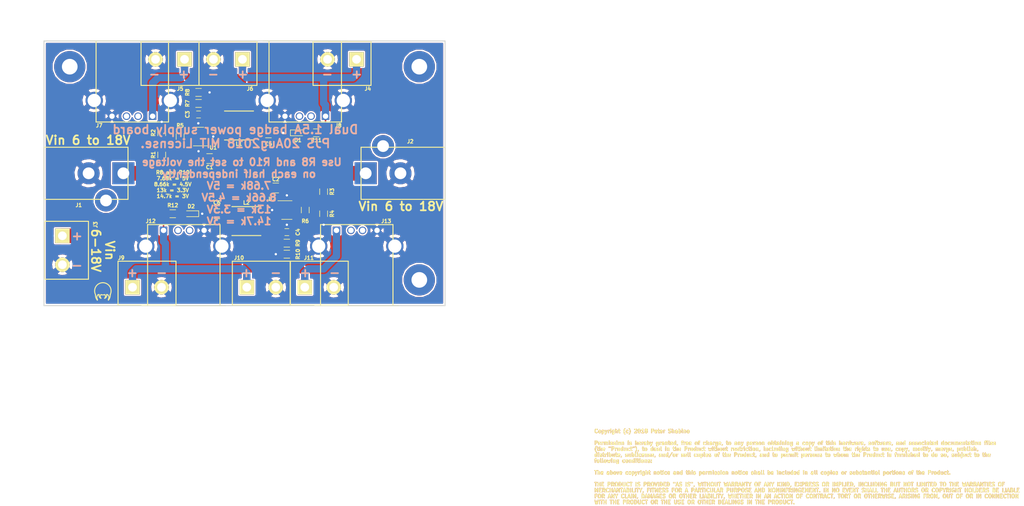
<source format=kicad_pcb>
(kicad_pcb (version 20171130) (host pcbnew "(5.0.0)")
  (layers (0 F.Cu signal) (31 B.Cu signal) (34 B.Paste user) (35 F.Paste user) (36 B.SilkS user) (37 F.SilkS user) (38 B.Mask user) (39 F.Mask user) (44 Edge.Cuts user))
  (net 0 "")
  (net 1 GND)
  (net 2 "Net-(C1-Pad1)")
  (net 3 "Net-(C3-Pad2)")
  (net 4 "Net-(C3-Pad1)")
  (net 5 "Net-(C4-Pad1)")
  (net 6 "Net-(C4-Pad2)")
  (net 7 "Net-(C5-Pad1)")
  (net 8 "Net-(C6-Pad1)")
  (net 9 "Net-(D1-Pad2)")
  (net 10 "Net-(D2-Pad2)")
  (net 11 "Net-(R1-Pad2)")
  (net 12 "Net-(R3-Pad2)")
  (net 13 "Net-(R5-Pad1)")
  (net 14 "Net-(R5-Pad2)")
  (net 15 "Net-(R6-Pad2)")
  (net 16 "Net-(R10-Pad1)")
  (module PJS-pth-parts:Stewart_USB_SS-52100-001 (layer F.Cu) (at 137.16 146.05 270)
    (fp_text reference J13 (at -14.605 -5.08) (layer F.SilkS) (effects (font (size 0.635 0.635) (thickness 0.15875))))
    (fp_text value SS-52100-001)
    (fp_line (start 0 -6.25) (end -14 -6.25) (layer F.SilkS) (width 0.18))
    (fp_line (start -14 -6.25) (end -14 6.25) (layer F.SilkS) (width 0.18))
    (fp_line (start -14 6.25) (end 0 6.25) (layer F.SilkS) (width 0.18))
    (fp_line (start 0 6.25) (end 0 -6.25) (layer F.SilkS) (width 0.18))
    (fp_line (start 0 -6.25) (end 0 -7.25) (layer F.SilkS) (width 0.18))
    (fp_line (start 0 6.25) (end 0 7.25) (layer F.SilkS) (width 0.18))
    (pad 1 thru_hole rect (at -13 3.5 270) (size 1.3 1.3) (drill 0.92) (layers *.Cu *.Mask) (net 8 "Net-(C6-Pad1)"))
    (pad 2 thru_hole circle (at -13 1 270) (size 1.3 1.3) (drill 0.92) (layers *.Cu *.Mask))
    (pad 3 thru_hole circle (at -13 -1 270) (size 1.3 1.3) (drill 0.92) (layers *.Cu *.Mask))
    (pad 4 thru_hole circle (at -13 -3.5 270) (size 1.3 1.3) (drill 0.92) (layers *.Cu *.Mask) (net 1 GND))
    (pad 5 thru_hole circle (at -10.28 6.57 270) (size 3 3) (drill 2.3) (layers *.Cu *.Mask) (net 1 GND))
    (pad 5 thru_hole circle (at -10.28 -6.57 270) (size 3 3) (drill 2.3) (layers *.Cu *.Mask) (net 1 GND))
  )
  (module PJS-pth-parts:Stewart_USB_SS-52100-001 (layer F.Cu) (at 128.27 100.33 90)
    (fp_text reference J8 (at -14.605 5.715 180) (layer F.SilkS) (effects (font (size 0.635 0.635) (thickness 0.15875))))
    (fp_text value SS-52100-001)
    (fp_line (start 0 6.25) (end 0 7.25) (layer F.SilkS) (width 0.18))
    (fp_line (start 0 -6.25) (end 0 -7.25) (layer F.SilkS) (width 0.18))
    (fp_line (start 0 6.25) (end 0 -6.25) (layer F.SilkS) (width 0.18))
    (fp_line (start -14 6.25) (end 0 6.25) (layer F.SilkS) (width 0.18))
    (fp_line (start -14 -6.25) (end -14 6.25) (layer F.SilkS) (width 0.18))
    (fp_line (start 0 -6.25) (end -14 -6.25) (layer F.SilkS) (width 0.18))
    (pad 5 thru_hole circle (at -10.28 -6.57 90) (size 3 3) (drill 2.3) (layers *.Cu *.Mask) (net 1 GND))
    (pad 5 thru_hole circle (at -10.28 6.57 90) (size 3 3) (drill 2.3) (layers *.Cu *.Mask) (net 1 GND))
    (pad 4 thru_hole circle (at -13 -3.5 90) (size 1.3 1.3) (drill 0.92) (layers *.Cu *.Mask) (net 1 GND))
    (pad 3 thru_hole circle (at -13 -1 90) (size 1.3 1.3) (drill 0.92) (layers *.Cu *.Mask))
    (pad 2 thru_hole circle (at -13 1 90) (size 1.3 1.3) (drill 0.92) (layers *.Cu *.Mask))
    (pad 1 thru_hole rect (at -13 3.5 90) (size 1.3 1.3) (drill 0.92) (layers *.Cu *.Mask) (net 7 "Net-(C5-Pad1)"))
  )
  (module Resistors_SMD:R_0603 (layer F.Cu) (at 106.68 116.84 270)
    (fp_text reference R5 (at -1.905 0) (layer F.SilkS) (effects (font (size 0.635 0.635) (thickness 0.15875))))
    (fp_text value 59k)
    (fp_line (start 0.5 0.68) (end -0.5 0.68) (layer F.SilkS) (width 0.12))
    (fp_line (start -0.5 -0.68) (end 0.5 -0.68) (layer F.SilkS) (width 0.12))
    (pad 1 smd rect (at -0.75 0 270) (size 0.5 0.9) (layers F.Cu F.Paste F.Mask) (net 13 "Net-(R5-Pad1)"))
    (pad 2 smd rect (at 0.75 0 270) (size 0.5 0.9) (layers F.Cu F.Paste F.Mask) (net 14 "Net-(R5-Pad2)"))
  )
  (module Capacitors_SMD:C_0805 (layer F.Cu) (at 111.76 120.65 180)
    (fp_text reference C1 (at 0 -1.5 180) (layer F.SilkS) (effects (font (size 0.635 0.635) (thickness 0.15875))))
    (fp_text value 22uF)
    (fp_line (start -0.5 0.85) (end 0.5 0.85) (layer F.SilkS) (width 0.12))
    (fp_line (start 0.5 -0.85) (end -0.5 -0.85) (layer F.SilkS) (width 0.12))
    (pad 2 smd rect (at 1 0 180) (size 1 1.25) (layers F.Cu F.Paste F.Mask) (net 1 GND))
    (pad 1 smd rect (at -1 0 180) (size 1 1.25) (layers F.Cu F.Paste F.Mask) (net 2 "Net-(C1-Pad1)"))
  )
  (module Capacitors_SMD:C_0805 (layer F.Cu) (at 123.19 125.73)
    (fp_text reference C2 (at 0 -1.5) (layer F.SilkS) (effects (font (size 0.635 0.635) (thickness 0.15875))))
    (fp_text value 22uF)
    (fp_line (start 0.5 -0.85) (end -0.5 -0.85) (layer F.SilkS) (width 0.12))
    (fp_line (start -0.5 0.85) (end 0.5 0.85) (layer F.SilkS) (width 0.12))
    (pad 1 smd rect (at -1 0) (size 1 1.25) (layers F.Cu F.Paste F.Mask) (net 2 "Net-(C1-Pad1)"))
    (pad 2 smd rect (at 1 0) (size 1 1.25) (layers F.Cu F.Paste F.Mask) (net 1 GND))
  )
  (module Capacitors_SMD:C_0603 (layer F.Cu) (at 109.855 113.03 180)
    (fp_text reference C3 (at 1.905 0 270) (layer F.SilkS) (effects (font (size 0.635 0.635) (thickness 0.15875))))
    (fp_text value 1uF)
    (fp_line (start 0.35 0.6) (end -0.35 0.6) (layer F.SilkS) (width 0.12))
    (fp_line (start -0.35 -0.6) (end 0.35 -0.6) (layer F.SilkS) (width 0.12))
    (pad 2 smd rect (at 0.75 0 180) (size 0.8 0.75) (layers F.Cu F.Paste F.Mask) (net 3 "Net-(C3-Pad2)"))
    (pad 1 smd rect (at -0.75 0 180) (size 0.8 0.75) (layers F.Cu F.Paste F.Mask) (net 4 "Net-(C3-Pad1)"))
  )
  (module Capacitors_SMD:C_0603 (layer F.Cu) (at 125.095 133.35)
    (fp_text reference C4 (at 1.905 0 90) (layer F.SilkS) (effects (font (size 0.635 0.635) (thickness 0.15875))))
    (fp_text value 1uF)
    (fp_line (start -0.35 -0.6) (end 0.35 -0.6) (layer F.SilkS) (width 0.12))
    (fp_line (start 0.35 0.6) (end -0.35 0.6) (layer F.SilkS) (width 0.12))
    (pad 1 smd rect (at -0.75 0) (size 0.8 0.75) (layers F.Cu F.Paste F.Mask) (net 5 "Net-(C4-Pad1)"))
    (pad 2 smd rect (at 0.75 0) (size 0.8 0.75) (layers F.Cu F.Paste F.Mask) (net 6 "Net-(C4-Pad2)"))
  )
  (module Capacitors_SMD:C_0805 (layer F.Cu) (at 121.92 116.205)
    (fp_text reference C5 (at 0 1.905) (layer F.SilkS) (effects (font (size 0.635 0.635) (thickness 0.15875))))
    (fp_text value 22uF)
    (fp_line (start -0.5 0.85) (end 0.5 0.85) (layer F.SilkS) (width 0.12))
    (fp_line (start 0.5 -0.85) (end -0.5 -0.85) (layer F.SilkS) (width 0.12))
    (pad 2 smd rect (at 1 0) (size 1 1.25) (layers F.Cu F.Paste F.Mask) (net 1 GND))
    (pad 1 smd rect (at -1 0) (size 1 1.25) (layers F.Cu F.Paste F.Mask) (net 7 "Net-(C5-Pad1)"))
  )
  (module Capacitors_SMD:C_0805 (layer F.Cu) (at 113.03 130.175 180)
    (fp_text reference C6 (at 0 1.905 180) (layer F.SilkS) (effects (font (size 0.635 0.635) (thickness 0.15875))))
    (fp_text value 22uF)
    (fp_line (start 0.5 -0.85) (end -0.5 -0.85) (layer F.SilkS) (width 0.12))
    (fp_line (start -0.5 0.85) (end 0.5 0.85) (layer F.SilkS) (width 0.12))
    (pad 1 smd rect (at -1 0 180) (size 1 1.25) (layers F.Cu F.Paste F.Mask) (net 8 "Net-(C6-Pad1)"))
    (pad 2 smd rect (at 1 0 180) (size 1 1.25) (layers F.Cu F.Paste F.Mask) (net 1 GND))
  )
  (module LEDs:LED_0603 (layer F.Cu) (at 127 116.205)
    (fp_text reference D1 (at 0 1.27) (layer F.SilkS) (effects (font (size 0.635 0.635) (thickness 0.15875))))
    (fp_text value LED_red)
    (fp_line (start -1.3 -0.5) (end -1.3 0.5) (layer F.SilkS) (width 0.12))
    (fp_line (start -1.3 0.5) (end 0.8 0.5) (layer F.SilkS) (width 0.12))
    (fp_line (start -1.3 -0.5) (end 0.8 -0.5) (layer F.SilkS) (width 0.12))
    (pad 2 smd rect (at 0.8 0 180) (size 0.8 0.8) (layers F.Cu F.Paste F.Mask) (net 9 "Net-(D1-Pad2)"))
    (pad 1 smd rect (at -0.8 0 180) (size 0.8 0.8) (layers F.Cu F.Paste F.Mask) (net 1 GND))
  )
  (module LEDs:LED_0603 (layer F.Cu) (at 108.585 130.175 180)
    (fp_text reference D2 (at 0 1.27 180) (layer F.SilkS) (effects (font (size 0.635 0.635) (thickness 0.15875))))
    (fp_text value LED_red)
    (fp_line (start -1.3 -0.5) (end 0.8 -0.5) (layer F.SilkS) (width 0.12))
    (fp_line (start -1.3 0.5) (end 0.8 0.5) (layer F.SilkS) (width 0.12))
    (fp_line (start -1.3 -0.5) (end -1.3 0.5) (layer F.SilkS) (width 0.12))
    (pad 1 smd rect (at -0.8 0) (size 0.8 0.8) (layers F.Cu F.Paste F.Mask) (net 1 GND))
    (pad 2 smd rect (at 0.8 0) (size 0.8 0.8) (layers F.Cu F.Paste F.Mask) (net 10 "Net-(D2-Pad2)"))
  )
  (module PJS-icons:metroid (layer F.Cu) (at 93.345 143.51)
    (fp_text reference icon1 hide)
    (fp_text value Metroid hide)
    (fp_arc (start 1.260669 0.027866) (end 1.1176 -0.0762) (angle 82.9) (layer F.Cu) (width 0.1778))
    (fp_arc (start 0.839684 -0.269991) (end 1.1176 -0.0762) (angle 92.3) (layer F.Cu) (width 0.1778))
    (fp_arc (start 0 0) (end -1.27 0.635) (angle 233.1) (layer F.Cu) (width 0.1778))
    (fp_arc (start 0.038519 0.727991) (end -1.27 0.635) (angle -45) (layer F.Cu) (width 0.1778))
    (fp_arc (start -0.47625 1.11125) (end -0.79375 0.635) (angle -90) (layer F.Cu) (width 0.1778))
    (fp_line (start -0.9525 1.5875) (end -0.9525 1.42875) (layer F.Cu) (width 0.1778))
    (fp_line (start -0.79375 0.635) (end -0.635 0.635) (layer F.Cu) (width 0.1778))
    (fp_arc (start -0.15748 0.79375) (end -0.635 0.635) (angle -90) (layer F.Cu) (width 0.1778))
    (fp_arc (start 0 0.9525) (end -0.3175 0.635) (angle -90) (layer F.Cu) (width 0.1778))
    (fp_arc (start 0 -0.317497) (end 0.3175 0.635) (angle 36.9) (layer F.Cu) (width 0.1778))
    (fp_arc (start 0 0.9525) (end 0.3175 0.635) (angle 90) (layer F.Cu) (width 0.1778))
    (fp_arc (start 0.15748 0.79375) (end 0.635 0.635) (angle 90) (layer F.Cu) (width 0.1778))
    (fp_line (start 0.79375 0.635) (end 0.635 0.635) (layer F.Cu) (width 0.1778))
    (fp_line (start 0.9525 1.5875) (end 0.9525 1.42875) (layer F.Cu) (width 0.1778))
    (fp_arc (start 0.47625 1.11125) (end 0.79375 0.635) (angle 90) (layer F.Cu) (width 0.1778))
    (fp_arc (start -0.038519 0.727991) (end 1.27 0.635) (angle 45) (layer F.Cu) (width 0.1778))
    (fp_arc (start -0.038519 0.727991) (end 1.27 0.635) (angle 45) (layer F.SilkS) (width 0.1778))
    (fp_arc (start 0.47625 1.11125) (end 0.79375 0.635) (angle 90) (layer F.SilkS) (width 0.1778))
    (fp_line (start 0.9525 1.5875) (end 0.9525 1.42875) (layer F.SilkS) (width 0.1778))
    (fp_line (start 0.79375 0.635) (end 0.635 0.635) (layer F.SilkS) (width 0.1778))
    (fp_arc (start 0.15748 0.79375) (end 0.635 0.635) (angle 90) (layer F.SilkS) (width 0.1778))
    (fp_arc (start 0 0.9525) (end 0.3175 0.635) (angle 90) (layer F.SilkS) (width 0.1778))
    (fp_arc (start 0 -0.317497) (end 0.3175 0.635) (angle 36.9) (layer F.SilkS) (width 0.1778))
    (fp_arc (start 0 0.9525) (end -0.3175 0.635) (angle -90) (layer F.SilkS) (width 0.1778))
    (fp_arc (start -0.15748 0.79375) (end -0.635 0.635) (angle -90) (layer F.SilkS) (width 0.1778))
    (fp_line (start -0.79375 0.635) (end -0.635 0.635) (layer F.SilkS) (width 0.1778))
    (fp_line (start -0.9525 1.5875) (end -0.9525 1.42875) (layer F.SilkS) (width 0.1778))
    (fp_arc (start -0.47625 1.11125) (end -0.79375 0.635) (angle -90) (layer F.SilkS) (width 0.1778))
    (fp_arc (start 0.038519 0.727991) (end -1.27 0.635) (angle -45) (layer F.SilkS) (width 0.1778))
    (fp_arc (start 0.254 -1.3208) (end 0.508 -1.3208) (angle 90) (layer F.Cu) (width 0.1778))
    (fp_arc (start 0.2286 -0.8382) (end 0 -0.8636) (angle 90) (layer F.Cu) (width 0.1778))
    (fp_arc (start -1.1684 0.0254) (end -1.27 -0.4064) (angle 90) (layer F.Cu) (width 0.1778))
    (fp_arc (start 0 0) (end -1.27 0.635) (angle 233.1) (layer F.SilkS) (width 0.1778))
    (pad "" smd circle (at -0.635 0) (size 0.635 0.635) (layers F.Cu F.Paste F.Mask))
    (pad "" smd circle (at 0.635 0) (size 0.635 0.635) (layers F.Cu F.Paste F.Mask))
    (pad "" smd circle (at 0 -0.635) (size 0.635 0.635) (layers F.Cu F.Paste F.Mask))
  )
  (module PJS-pth-parts:CUI_PJ-102BH (layer F.Cu) (at 83.185 123.19 180)
    (fp_text reference J1 (at -6 -5.5 180) (layer F.SilkS) (effects (font (size 0.635 0.635) (thickness 0.15875))))
    (fp_text value PJ-102BH)
    (fp_line (start 0 4.5) (end 0 -4.5) (layer F.SilkS) (width 0.18))
    (fp_line (start 0 -4.5) (end -14.5 -4.5) (layer F.SilkS) (width 0.18))
    (fp_line (start -14.5 -4.5) (end -14.5 4.5) (layer F.SilkS) (width 0.18))
    (fp_line (start -14.5 4.5) (end 0 4.5) (layer F.SilkS) (width 0.18))
    (pad 1 thru_hole rect (at -13.7 0 180) (size 3.81 3.81) (drill 2.032) (layers *.Cu *.Mask) (net 2 "Net-(C1-Pad1)"))
    (pad 2 thru_hole circle (at -7.7 0 180) (size 3.81 3.81) (drill 2.032) (layers *.Cu *.Mask) (net 1 GND))
    (pad 3 thru_hole circle (at -10.7 -4.7 180) (size 3.81 3.81) (drill 2.032) (layers *.Cu *.Mask))
  )
  (module PJS-pth-parts:CUI_PJ-102BH (layer F.Cu) (at 152.4 123.19)
    (fp_text reference J2 (at -6 -5.5) (layer F.SilkS) (effects (font (size 0.635 0.635) (thickness 0.15875))))
    (fp_text value PJ-102BH)
    (fp_line (start 0 4.5) (end 0 -4.5) (layer F.SilkS) (width 0.18))
    (fp_line (start 0 -4.5) (end -14.5 -4.5) (layer F.SilkS) (width 0.18))
    (fp_line (start -14.5 -4.5) (end -14.5 4.5) (layer F.SilkS) (width 0.18))
    (fp_line (start -14.5 4.5) (end 0 4.5) (layer F.SilkS) (width 0.18))
    (pad 1 thru_hole rect (at -13.7 0) (size 3.81 3.81) (drill 2.032) (layers *.Cu *.Mask) (net 2 "Net-(C1-Pad1)"))
    (pad 2 thru_hole circle (at -7.7 0) (size 3.81 3.81) (drill 2.032) (layers *.Cu *.Mask) (net 1 GND))
    (pad 3 thru_hole circle (at -10.7 -4.7) (size 3.81 3.81) (drill 2.032) (layers *.Cu *.Mask))
  )
  (module Degson:DG301-5.002P-12 (layer F.Cu) (at 86.36 136.485 270)
    (fp_text reference J3 (at -4.405 -5.715 270) (layer F.SilkS) (effects (font (size 0.635 0.635) (thickness 0.15875))))
    (fp_text value Screw hide)
    (fp_line (start -5 3.1) (end -5 -4.5) (layer F.SilkS) (width 0.1778))
    (fp_line (start 5 3.1) (end -5 3.1) (layer F.SilkS) (width 0.1778))
    (fp_line (start 5 -4.5) (end 5 3.1) (layer F.SilkS) (width 0.1778))
    (fp_line (start -5 -4.5) (end 5 -4.5) (layer F.SilkS) (width 0.1778))
    (pad 2 thru_hole circle (at 2.5 0 270) (size 2.5 2.5) (drill 1.5) (layers *.Cu *.Mask F.SilkS) (net 1 GND))
    (pad 1 thru_hole rect (at -2.5 0 270) (size 2.5 2.5) (drill 1.5) (layers *.Cu *.Mask F.SilkS) (net 2 "Net-(C1-Pad1)"))
  )
  (module Degson:DG301-5.002P-12 (layer F.Cu) (at 134.62 103.505 180)
    (fp_text reference J4 (at -4.445 -5.08 180) (layer F.SilkS) (effects (font (size 0.635 0.635) (thickness 0.15875))))
    (fp_text value Screw hide)
    (fp_line (start -5 3.1) (end -5 -4.5) (layer F.SilkS) (width 0.1778))
    (fp_line (start 5 3.1) (end -5 3.1) (layer F.SilkS) (width 0.1778))
    (fp_line (start 5 -4.5) (end 5 3.1) (layer F.SilkS) (width 0.1778))
    (fp_line (start -5 -4.5) (end 5 -4.5) (layer F.SilkS) (width 0.1778))
    (pad 2 thru_hole circle (at 2.5 0 180) (size 2.5 2.5) (drill 1.5) (layers *.Cu *.Mask F.SilkS) (net 1 GND))
    (pad 1 thru_hole rect (at -2.5 0 180) (size 2.5 2.5) (drill 1.5) (layers *.Cu *.Mask F.SilkS) (net 7 "Net-(C5-Pad1)"))
  )
  (module Degson:DG301-5.002P-12 (layer F.Cu) (at 104.935 103.505 180)
    (fp_text reference J5 (at -1.745 -5.08 180) (layer F.SilkS) (effects (font (size 0.635 0.635) (thickness 0.15875))))
    (fp_text value Screw hide)
    (fp_line (start -5 -4.5) (end 5 -4.5) (layer F.SilkS) (width 0.1778))
    (fp_line (start 5 -4.5) (end 5 3.1) (layer F.SilkS) (width 0.1778))
    (fp_line (start 5 3.1) (end -5 3.1) (layer F.SilkS) (width 0.1778))
    (fp_line (start -5 3.1) (end -5 -4.5) (layer F.SilkS) (width 0.1778))
    (pad 1 thru_hole rect (at -2.5 0 180) (size 2.5 2.5) (drill 1.5) (layers *.Cu *.Mask F.SilkS) (net 7 "Net-(C5-Pad1)"))
    (pad 2 thru_hole circle (at 2.5 0 180) (size 2.5 2.5) (drill 1.5) (layers *.Cu *.Mask F.SilkS) (net 1 GND))
  )
  (module Degson:DG301-5.002P-12 (layer F.Cu) (at 114.935 103.505 180)
    (fp_text reference J6 (at -3.81 -5.08 180) (layer F.SilkS) (effects (font (size 0.635 0.635) (thickness 0.15875))))
    (fp_text value Screw hide)
    (fp_line (start -5 -4.5) (end 5 -4.5) (layer F.SilkS) (width 0.1778))
    (fp_line (start 5 -4.5) (end 5 3.1) (layer F.SilkS) (width 0.1778))
    (fp_line (start 5 3.1) (end -5 3.1) (layer F.SilkS) (width 0.1778))
    (fp_line (start -5 3.1) (end -5 -4.5) (layer F.SilkS) (width 0.1778))
    (pad 1 thru_hole rect (at -2.5 0 180) (size 2.5 2.5) (drill 1.5) (layers *.Cu *.Mask F.SilkS) (net 7 "Net-(C5-Pad1)"))
    (pad 2 thru_hole circle (at 2.5 0 180) (size 2.5 2.5) (drill 1.5) (layers *.Cu *.Mask F.SilkS) (net 1 GND))
  )
  (module PJS-pth-parts:Stewart_USB_SS-52100-001 (layer F.Cu) (at 98.425 100.33 90)
    (fp_text reference J7 (at -14.605 -5.715 180) (layer F.SilkS) (effects (font (size 0.635 0.635) (thickness 0.15875))))
    (fp_text value SS-52100-001)
    (fp_line (start 0 -6.25) (end -14 -6.25) (layer F.SilkS) (width 0.18))
    (fp_line (start -14 -6.25) (end -14 6.25) (layer F.SilkS) (width 0.18))
    (fp_line (start -14 6.25) (end 0 6.25) (layer F.SilkS) (width 0.18))
    (fp_line (start 0 6.25) (end 0 -6.25) (layer F.SilkS) (width 0.18))
    (fp_line (start 0 -6.25) (end 0 -7.25) (layer F.SilkS) (width 0.18))
    (fp_line (start 0 6.25) (end 0 7.25) (layer F.SilkS) (width 0.18))
    (pad 1 thru_hole rect (at -13 3.5 90) (size 1.3 1.3) (drill 0.92) (layers *.Cu *.Mask) (net 7 "Net-(C5-Pad1)"))
    (pad 2 thru_hole circle (at -13 1 90) (size 1.3 1.3) (drill 0.92) (layers *.Cu *.Mask))
    (pad 3 thru_hole circle (at -13 -1 90) (size 1.3 1.3) (drill 0.92) (layers *.Cu *.Mask))
    (pad 4 thru_hole circle (at -13 -3.5 90) (size 1.3 1.3) (drill 0.92) (layers *.Cu *.Mask) (net 1 GND))
    (pad 5 thru_hole circle (at -10.28 6.57 90) (size 3 3) (drill 2.3) (layers *.Cu *.Mask) (net 1 GND))
    (pad 5 thru_hole circle (at -10.28 -6.57 90) (size 3 3) (drill 2.3) (layers *.Cu *.Mask) (net 1 GND))
  )
  (module Degson:DG301-5.002P-12 (layer F.Cu) (at 100.965 142.875)
    (fp_text reference J9 (at -4.445 -5.08) (layer F.SilkS) (effects (font (size 0.635 0.635) (thickness 0.15875))))
    (fp_text value Screw hide)
    (fp_line (start -5 -4.5) (end 5 -4.5) (layer F.SilkS) (width 0.1778))
    (fp_line (start 5 -4.5) (end 5 3.1) (layer F.SilkS) (width 0.1778))
    (fp_line (start 5 3.1) (end -5 3.1) (layer F.SilkS) (width 0.1778))
    (fp_line (start -5 3.1) (end -5 -4.5) (layer F.SilkS) (width 0.1778))
    (pad 1 thru_hole rect (at -2.5 0) (size 2.5 2.5) (drill 1.5) (layers *.Cu *.Mask F.SilkS) (net 8 "Net-(C6-Pad1)"))
    (pad 2 thru_hole circle (at 2.5 0) (size 2.5 2.5) (drill 1.5) (layers *.Cu *.Mask F.SilkS) (net 1 GND))
  )
  (module Degson:DG301-5.002P-12 (layer F.Cu) (at 120.69 142.875)
    (fp_text reference J10 (at -3.85 -5.08) (layer F.SilkS) (effects (font (size 0.635 0.635) (thickness 0.15875))))
    (fp_text value Screw hide)
    (fp_line (start -5 3.1) (end -5 -4.5) (layer F.SilkS) (width 0.1778))
    (fp_line (start 5 3.1) (end -5 3.1) (layer F.SilkS) (width 0.1778))
    (fp_line (start 5 -4.5) (end 5 3.1) (layer F.SilkS) (width 0.1778))
    (fp_line (start -5 -4.5) (end 5 -4.5) (layer F.SilkS) (width 0.1778))
    (pad 2 thru_hole circle (at 2.5 0) (size 2.5 2.5) (drill 1.5) (layers *.Cu *.Mask F.SilkS) (net 1 GND))
    (pad 1 thru_hole rect (at -2.5 0) (size 2.5 2.5) (drill 1.5) (layers *.Cu *.Mask F.SilkS) (net 8 "Net-(C6-Pad1)"))
  )
  (module Degson:DG301-5.002P-12 (layer F.Cu) (at 130.69 142.875)
    (fp_text reference J11 (at -1.785 -5.08) (layer F.SilkS) (effects (font (size 0.635 0.635) (thickness 0.15875))))
    (fp_text value Screw hide)
    (fp_line (start -5 -4.5) (end 5 -4.5) (layer F.SilkS) (width 0.1778))
    (fp_line (start 5 -4.5) (end 5 3.1) (layer F.SilkS) (width 0.1778))
    (fp_line (start 5 3.1) (end -5 3.1) (layer F.SilkS) (width 0.1778))
    (fp_line (start -5 3.1) (end -5 -4.5) (layer F.SilkS) (width 0.1778))
    (pad 1 thru_hole rect (at -2.5 0) (size 2.5 2.5) (drill 1.5) (layers *.Cu *.Mask F.SilkS) (net 8 "Net-(C6-Pad1)"))
    (pad 2 thru_hole circle (at 2.5 0) (size 2.5 2.5) (drill 1.5) (layers *.Cu *.Mask F.SilkS) (net 1 GND))
  )
  (module PJS-pth-parts:Stewart_USB_SS-52100-001 (layer F.Cu) (at 107.315 146.05 270)
    (fp_text reference J12 (at -14.605 5.715) (layer F.SilkS) (effects (font (size 0.635 0.635) (thickness 0.15875))))
    (fp_text value SS-52100-001)
    (fp_line (start 0 6.25) (end 0 7.25) (layer F.SilkS) (width 0.18))
    (fp_line (start 0 -6.25) (end 0 -7.25) (layer F.SilkS) (width 0.18))
    (fp_line (start 0 6.25) (end 0 -6.25) (layer F.SilkS) (width 0.18))
    (fp_line (start -14 6.25) (end 0 6.25) (layer F.SilkS) (width 0.18))
    (fp_line (start -14 -6.25) (end -14 6.25) (layer F.SilkS) (width 0.18))
    (fp_line (start 0 -6.25) (end -14 -6.25) (layer F.SilkS) (width 0.18))
    (pad 5 thru_hole circle (at -10.28 -6.57 270) (size 3 3) (drill 2.3) (layers *.Cu *.Mask) (net 1 GND))
    (pad 5 thru_hole circle (at -10.28 6.57 270) (size 3 3) (drill 2.3) (layers *.Cu *.Mask) (net 1 GND))
    (pad 4 thru_hole circle (at -13 -3.5 270) (size 1.3 1.3) (drill 0.92) (layers *.Cu *.Mask) (net 1 GND))
    (pad 3 thru_hole circle (at -13 -1 270) (size 1.3 1.3) (drill 0.92) (layers *.Cu *.Mask))
    (pad 2 thru_hole circle (at -13 1 270) (size 1.3 1.3) (drill 0.92) (layers *.Cu *.Mask))
    (pad 1 thru_hole rect (at -13 3.5 270) (size 1.3 1.3) (drill 0.92) (layers *.Cu *.Mask) (net 8 "Net-(C6-Pad1)"))
  )
  (module Yuden:Yuden_Inductor_4.9x4.9 (layer F.Cu) (at 116.84 114.935 180)
    (fp_text reference L1 (at 0 -3.175 180) (layer F.SilkS) (effects (font (size 0.635 0.635) (thickness 0.15875))))
    (fp_text value 6.5uH)
    (fp_line (start -2.5 -2.5) (end 2.5 -2.5) (layer F.SilkS) (width 0.18))
    (fp_line (start 2.5 2.5) (end -2.5 2.5) (layer F.SilkS) (width 0.18))
    (pad 1 smd rect (at -1.8 0 180) (size 1.5 4) (layers F.Cu F.Paste F.Mask) (net 7 "Net-(C5-Pad1)"))
    (pad 2 smd rect (at 1.8 0 180) (size 1.5 4) (layers F.Cu F.Paste F.Mask) (net 4 "Net-(C3-Pad1)"))
  )
  (module Yuden:Yuden_Inductor_4.9x4.9 (layer F.Cu) (at 118.11 131.445)
    (fp_text reference L2 (at 0 -3.175) (layer F.SilkS) (effects (font (size 0.635 0.635) (thickness 0.15875))))
    (fp_text value 6.5uH)
    (fp_line (start 2.5 2.5) (end -2.5 2.5) (layer F.SilkS) (width 0.18))
    (fp_line (start -2.5 -2.5) (end 2.5 -2.5) (layer F.SilkS) (width 0.18))
    (pad 2 smd rect (at 1.8 0) (size 1.5 4) (layers F.Cu F.Paste F.Mask) (net 5 "Net-(C4-Pad1)"))
    (pad 1 smd rect (at -1.8 0) (size 1.5 4) (layers F.Cu F.Paste F.Mask) (net 8 "Net-(C6-Pad1)"))
  )
  (module Resistors_SMD:R_0603 (layer F.Cu) (at 103.505 120.015 90)
    (fp_text reference R1 (at 0 -1.45 90) (layer F.SilkS) (effects (font (size 0.635 0.635) (thickness 0.15875))))
    (fp_text value 499k)
    (fp_line (start -0.5 -0.68) (end 0.5 -0.68) (layer F.SilkS) (width 0.12))
    (fp_line (start 0.5 0.68) (end -0.5 0.68) (layer F.SilkS) (width 0.12))
    (pad 2 smd rect (at 0.75 0 90) (size 0.5 0.9) (layers F.Cu F.Paste F.Mask) (net 11 "Net-(R1-Pad2)"))
    (pad 1 smd rect (at -0.75 0 90) (size 0.5 0.9) (layers F.Cu F.Paste F.Mask) (net 2 "Net-(C1-Pad1)"))
  )
  (module Resistors_SMD:R_0603 (layer F.Cu) (at 103.505 116.205 90)
    (fp_text reference R2 (at 0 -1.45 90) (layer F.SilkS) (effects (font (size 0.635 0.635) (thickness 0.15875))))
    (fp_text value 100k)
    (fp_line (start 0.5 0.68) (end -0.5 0.68) (layer F.SilkS) (width 0.12))
    (fp_line (start -0.5 -0.68) (end 0.5 -0.68) (layer F.SilkS) (width 0.12))
    (pad 1 smd rect (at -0.75 0 90) (size 0.5 0.9) (layers F.Cu F.Paste F.Mask) (net 11 "Net-(R1-Pad2)"))
    (pad 2 smd rect (at 0.75 0 90) (size 0.5 0.9) (layers F.Cu F.Paste F.Mask) (net 1 GND))
  )
  (module Resistors_SMD:R_0603 (layer F.Cu) (at 131.445 126.365 270)
    (fp_text reference R3 (at 0 -1.45 270) (layer F.SilkS) (effects (font (size 0.635 0.635) (thickness 0.15875))))
    (fp_text value 499k)
    (fp_line (start 0.5 0.68) (end -0.5 0.68) (layer F.SilkS) (width 0.12))
    (fp_line (start -0.5 -0.68) (end 0.5 -0.68) (layer F.SilkS) (width 0.12))
    (pad 1 smd rect (at -0.75 0 270) (size 0.5 0.9) (layers F.Cu F.Paste F.Mask) (net 2 "Net-(C1-Pad1)"))
    (pad 2 smd rect (at 0.75 0 270) (size 0.5 0.9) (layers F.Cu F.Paste F.Mask) (net 12 "Net-(R3-Pad2)"))
  )
  (module Resistors_SMD:R_0603 (layer F.Cu) (at 131.445 130.175 270)
    (fp_text reference R4 (at 0 -1.45 270) (layer F.SilkS) (effects (font (size 0.635 0.635) (thickness 0.15875))))
    (fp_text value 100k)
    (fp_line (start -0.5 -0.68) (end 0.5 -0.68) (layer F.SilkS) (width 0.12))
    (fp_line (start 0.5 0.68) (end -0.5 0.68) (layer F.SilkS) (width 0.12))
    (pad 2 smd rect (at 0.75 0 270) (size 0.5 0.9) (layers F.Cu F.Paste F.Mask) (net 1 GND))
    (pad 1 smd rect (at -0.75 0 270) (size 0.5 0.9) (layers F.Cu F.Paste F.Mask) (net 12 "Net-(R3-Pad2)"))
  )
  (module Resistors_SMD:R_0603 (layer F.Cu) (at 128.27 129.54 90)
    (fp_text reference R6 (at -1.905 0 180) (layer F.SilkS) (effects (font (size 0.635 0.635) (thickness 0.15875))))
    (fp_text value 59k)
    (fp_line (start -0.5 -0.68) (end 0.5 -0.68) (layer F.SilkS) (width 0.12))
    (fp_line (start 0.5 0.68) (end -0.5 0.68) (layer F.SilkS) (width 0.12))
    (pad 2 smd rect (at 0.75 0 90) (size 0.5 0.9) (layers F.Cu F.Paste F.Mask) (net 15 "Net-(R6-Pad2)"))
    (pad 1 smd rect (at -0.75 0 90) (size 0.5 0.9) (layers F.Cu F.Paste F.Mask) (net 16 "Net-(R10-Pad1)"))
  )
  (module Resistors_SMD:R_0603 (layer F.Cu) (at 109.855 111.125 180)
    (fp_text reference R7 (at 1.905 0 270) (layer F.SilkS) (effects (font (size 0.635 0.635) (thickness 0.15875))))
    (fp_text value 40.2k)
    (fp_line (start -0.5 -0.68) (end 0.5 -0.68) (layer F.SilkS) (width 0.12))
    (fp_line (start 0.5 0.68) (end -0.5 0.68) (layer F.SilkS) (width 0.12))
    (pad 2 smd rect (at 0.75 0 180) (size 0.5 0.9) (layers F.Cu F.Paste F.Mask) (net 13 "Net-(R5-Pad1)"))
    (pad 1 smd rect (at -0.75 0 180) (size 0.5 0.9) (layers F.Cu F.Paste F.Mask) (net 7 "Net-(C5-Pad1)"))
  )
  (module Resistors_SMD:R_0603 (layer F.Cu) (at 109.855 109.22)
    (fp_text reference R8 (at -1.905 0 90) (layer F.SilkS) (effects (font (size 0.635 0.635) (thickness 0.15875))))
    (fp_text value 7.68k)
    (fp_line (start 0.5 0.68) (end -0.5 0.68) (layer F.SilkS) (width 0.12))
    (fp_line (start -0.5 -0.68) (end 0.5 -0.68) (layer F.SilkS) (width 0.12))
    (pad 1 smd rect (at -0.75 0) (size 0.5 0.9) (layers F.Cu F.Paste F.Mask) (net 13 "Net-(R5-Pad1)"))
    (pad 2 smd rect (at 0.75 0) (size 0.5 0.9) (layers F.Cu F.Paste F.Mask) (net 1 GND))
  )
  (module Resistors_SMD:R_0603 (layer F.Cu) (at 125.095 135.255)
    (fp_text reference R9 (at 1.905 0 90) (layer F.SilkS) (effects (font (size 0.635 0.635) (thickness 0.15875))))
    (fp_text value 40.2k)
    (fp_line (start 0.5 0.68) (end -0.5 0.68) (layer F.SilkS) (width 0.12))
    (fp_line (start -0.5 -0.68) (end 0.5 -0.68) (layer F.SilkS) (width 0.12))
    (pad 1 smd rect (at -0.75 0) (size 0.5 0.9) (layers F.Cu F.Paste F.Mask) (net 8 "Net-(C6-Pad1)"))
    (pad 2 smd rect (at 0.75 0) (size 0.5 0.9) (layers F.Cu F.Paste F.Mask) (net 16 "Net-(R10-Pad1)"))
  )
  (module Resistors_SMD:R_0603 (layer F.Cu) (at 125.095 137.16 180)
    (fp_text reference R10 (at -1.905 0 270) (layer F.SilkS) (effects (font (size 0.635 0.635) (thickness 0.15875))))
    (fp_text value 7.68k)
    (fp_line (start -0.5 -0.68) (end 0.5 -0.68) (layer F.SilkS) (width 0.12))
    (fp_line (start 0.5 0.68) (end -0.5 0.68) (layer F.SilkS) (width 0.12))
    (pad 2 smd rect (at 0.75 0 180) (size 0.5 0.9) (layers F.Cu F.Paste F.Mask) (net 1 GND))
    (pad 1 smd rect (at -0.75 0 180) (size 0.5 0.9) (layers F.Cu F.Paste F.Mask) (net 16 "Net-(R10-Pad1)"))
  )
  (module Resistors_SMD:R_0603 (layer F.Cu) (at 130.175 116.205 180)
    (fp_text reference R11 (at 0 -1.27 180) (layer F.SilkS) (effects (font (size 0.635 0.635) (thickness 0.15875))))
    (fp_text value 499)
    (fp_line (start -0.5 -0.68) (end 0.5 -0.68) (layer F.SilkS) (width 0.12))
    (fp_line (start 0.5 0.68) (end -0.5 0.68) (layer F.SilkS) (width 0.12))
    (pad 2 smd rect (at 0.75 0 180) (size 0.5 0.9) (layers F.Cu F.Paste F.Mask) (net 9 "Net-(D1-Pad2)"))
    (pad 1 smd rect (at -0.75 0 180) (size 0.5 0.9) (layers F.Cu F.Paste F.Mask) (net 7 "Net-(C5-Pad1)"))
  )
  (module Resistors_SMD:R_0603 (layer F.Cu) (at 105.41 130.175)
    (fp_text reference R12 (at 0 -1.45) (layer F.SilkS) (effects (font (size 0.635 0.635) (thickness 0.15875))))
    (fp_text value 499)
    (fp_line (start 0.5 0.68) (end -0.5 0.68) (layer F.SilkS) (width 0.12))
    (fp_line (start -0.5 -0.68) (end 0.5 -0.68) (layer F.SilkS) (width 0.12))
    (pad 1 smd rect (at -0.75 0) (size 0.5 0.9) (layers F.Cu F.Paste F.Mask) (net 8 "Net-(C6-Pad1)"))
    (pad 2 smd rect (at 0.75 0) (size 0.5 0.9) (layers F.Cu F.Paste F.Mask) (net 10 "Net-(D2-Pad2)"))
  )
  (module TO_SOT_Packages_SMD:SOT-23-6 (layer F.Cu) (at 109.855 116.84 180)
    (fp_text reference U1 (at -2.54 -1.905 180) (layer F.SilkS) (effects (font (size 0.635 0.635) (thickness 0.15875))))
    (fp_text value AP65111)
    (fp_line (start -0.9 1.61) (end 0.9 1.61) (layer F.SilkS) (width 0.12))
    (fp_line (start 0.9 -1.61) (end -1.55 -1.61) (layer F.SilkS) (width 0.12))
    (pad 1 smd rect (at -1.1 -0.95 180) (size 1.06 0.65) (layers F.Cu F.Paste F.Mask) (net 2 "Net-(C1-Pad1)"))
    (pad 2 smd rect (at -1.1 0 180) (size 1.06 0.65) (layers F.Cu F.Paste F.Mask) (net 1 GND))
    (pad 3 smd rect (at -1.1 0.95 180) (size 1.06 0.65) (layers F.Cu F.Paste F.Mask) (net 4 "Net-(C3-Pad1)"))
    (pad 4 smd rect (at 1.1 0.95 180) (size 1.06 0.65) (layers F.Cu F.Paste F.Mask) (net 3 "Net-(C3-Pad2)"))
    (pad 6 smd rect (at 1.1 -0.95 180) (size 1.06 0.65) (layers F.Cu F.Paste F.Mask) (net 14 "Net-(R5-Pad2)"))
    (pad 5 smd rect (at 1.1 0 180) (size 1.06 0.65) (layers F.Cu F.Paste F.Mask) (net 11 "Net-(R1-Pad2)"))
  )
  (module TO_SOT_Packages_SMD:SOT-23-6 (layer F.Cu) (at 125.095 129.54)
    (fp_text reference U2 (at -2.54 -1.905) (layer F.SilkS) (effects (font (size 0.635 0.635) (thickness 0.15875))))
    (fp_text value AP65111)
    (fp_line (start 0.9 -1.61) (end -1.55 -1.61) (layer F.SilkS) (width 0.12))
    (fp_line (start -0.9 1.61) (end 0.9 1.61) (layer F.SilkS) (width 0.12))
    (pad 5 smd rect (at 1.1 0) (size 1.06 0.65) (layers F.Cu F.Paste F.Mask) (net 12 "Net-(R3-Pad2)"))
    (pad 6 smd rect (at 1.1 -0.95) (size 1.06 0.65) (layers F.Cu F.Paste F.Mask) (net 15 "Net-(R6-Pad2)"))
    (pad 4 smd rect (at 1.1 0.95) (size 1.06 0.65) (layers F.Cu F.Paste F.Mask) (net 6 "Net-(C4-Pad2)"))
    (pad 3 smd rect (at -1.1 0.95) (size 1.06 0.65) (layers F.Cu F.Paste F.Mask) (net 5 "Net-(C4-Pad1)"))
    (pad 2 smd rect (at -1.1 0) (size 1.06 0.65) (layers F.Cu F.Paste F.Mask) (net 1 GND))
    (pad 1 smd rect (at -1.1 -0.95) (size 1.06 0.65) (layers F.Cu F.Paste F.Mask) (net 2 "Net-(C1-Pad1)"))
  )
  (module Mounting_Holes:MountingHole_2.7mm_M2.5_Pad (layer F.Cu) (at 147.955 141.605)
    (fp_text reference REF** hide)
    (fp_text value MountingHole_2.7mm_M2.5_Pad)
    (pad 1 thru_hole circle (at 0 0) (size 5.4 5.4) (drill 2.7) (layers *.Cu *.Mask))
  )
  (module Mounting_Holes:MountingHole_2.7mm_M2.5_Pad (layer F.Cu) (at 87.63 104.775)
    (fp_text reference REF** hide)
    (fp_text value MountingHole_2.7mm_M2.5_Pad)
    (pad 1 thru_hole circle (at 0 0) (size 5.4 5.4) (drill 2.7) (layers *.Cu *.Mask))
  )
  (module Mounting_Holes:MountingHole_2.7mm_M2.5_Pad (layer F.Cu) (at 147.955 104.775)
    (fp_text reference REF** hide)
    (fp_text value MountingHole_2.7mm_M2.5_Pad)
    (pad 1 thru_hole circle (at 0 0) (size 5.4 5.4) (drill 2.7) (layers *.Cu *.Mask))
  )
  (gr_text "Vin\n6-18V" (at 93.345 136.525 270) (layer F.SilkS) (effects (font (size 1.5 1.5) (thickness 0.3))))
  (gr_text "Vin 6 to 18V" (at 144.78 128.905) (layer F.SilkS) (effects (font (size 1.5 1.5) (thickness 0.3))))
  (gr_text "Vin 6 to 18V" (at 90.805 117.475) (layer F.SilkS) (effects (font (size 1.5 1.5) (thickness 0.3))))
  (gr_text - (at 88.9 139.065) (layer B.SilkS) (effects (font (size 1.5 1.5) (thickness 0.3)) (justify mirror)))
  (gr_text + (at 88.9 133.985) (layer B.SilkS) (effects (font (size 1.5 1.5) (thickness 0.3)) (justify mirror)))
  (gr_text - (at 133.35 140.335) (layer B.SilkS) (effects (font (size 1.5 1.5) (thickness 0.3)) (justify mirror)))
  (gr_text - (at 123.19 140.335) (layer B.SilkS) (effects (font (size 1.5 1.5) (thickness 0.3)) (justify mirror)))
  (gr_text - (at 103.505 140.335) (layer B.SilkS) (effects (font (size 1.5 1.5) (thickness 0.3)) (justify mirror)))
  (gr_text - (at 102.235 106.045) (layer B.SilkS) (effects (font (size 1.5 1.5) (thickness 0.3)) (justify mirror)))
  (gr_text - (at 112.395 106.045) (layer B.SilkS) (effects (font (size 1.5 1.5) (thickness 0.3)) (justify mirror)))
  (gr_text - (at 132.08 106.045) (layer B.SilkS) (effects (font (size 1.5 1.5) (thickness 0.3)) (justify mirror)))
  (gr_text + (at 137.16 106.045) (layer B.SilkS) (effects (font (size 1.5 1.5) (thickness 0.3)) (justify mirror)))
  (gr_text + (at 117.475 106.045) (layer B.SilkS) (effects (font (size 1.5 1.5) (thickness 0.3)) (justify mirror)))
  (gr_text + (at 107.315 106.045) (layer B.SilkS) (effects (font (size 1.5 1.5) (thickness 0.3)) (justify mirror)))
  (gr_text + (at 128.27 140.335) (layer B.SilkS) (effects (font (size 1.5 1.5) (thickness 0.3)) (justify mirror)))
  (gr_text + (at 118.11 140.335) (layer B.SilkS) (effects (font (size 1.5 1.5) (thickness 0.3)) (justify mirror)))
  (gr_text + (at 98.425 140.335) (layer B.SilkS) (effects (font (size 1.5 1.5) (thickness 0.3)) (justify mirror)))
  (gr_text "Use R8 and R10 to set the voltage \non each half independently\n7.68k = 5V\n8.66k = 4.5V\n13k = 3.3V\n14.7k = 3V" (at 116.84 126.365) (layer B.SilkS) (effects (font (size 1.27 1.27) (thickness 0.3)) (justify mirror)))
  (gr_text "Dual 1.5A badge power supply board\nPJS 20Aug2018 MIT License." (at 116.205 116.84) (layer B.SilkS) (effects (font (size 1.5 1.5) (thickness 0.3)) (justify mirror)))
  (gr_text "R8 and R10\n7.68k = 5V\n8.66k = 4.5V\n13k = 3.3V\n14.7k = 3V" (at 105.41 125.095) (layer F.SilkS) (effects (font (size 0.635 0.635) (thickness 0.15875))))
  (gr_line (start 152.4 100.33) (end 152.4 123.19) (layer Edge.Cuts) (width 0.15))
  (gr_line (start 83.185 100.33) (end 152.4 100.33) (layer Edge.Cuts) (width 0.15))
  (gr_line (start 83.185 123.19) (end 83.185 100.33) (layer Edge.Cuts) (width 0.15))
  (gr_line (start 152.4 146.05) (end 83.185 146.05) (layer Edge.Cuts) (width 0.15))
  (gr_line (start 152.4 146.05) (end 152.4 123.19) (layer Edge.Cuts) (width 0.15))
  (gr_line (start 83.185 123.19) (end 83.185 146.05) (layer Edge.Cuts) (width 0.15))
  (gr_text "Copyright (c) 2018 Peter Shabino\n\nPermission is hereby granted, free of charge, to any person obtaining a copy of this hardware, software, and associated documentation files \n(the \"Product\"), to deal in the Product without restriction, including without limitation the rights to use, copy, modify, merge, publish, \ndistribute, sublicense, and/or sell copies of the Product, and to permit persons to whom the Product is furnished to do so, subject to the \nfollowing conditions:\n\nThe above copyright notice and this permission notice shall be included in all copies or substantial portions of the Product.\n\nTHE PRODUCT IS PROVIDED \"AS IS\", WITHOUT WARRANTY OF ANY KIND, EXPRESS OR IMPLIED, INCLUDING BUT NOT LIMITED TO THE WARRANTIES OF \nMERCHANTABILITY, FITNESS FOR A PARTICULAR PURPOSE AND NONINFRINGEMENT. IN NO EVENT SHALL THE AUTHORS OR COPYRIGHT HOLDERS BE LIABLE \nFOR ANY CLAIM, DAMAGES OR OTHER LIABILITY, WHETHER IN AN ACTION OF CONTRACT, TORT OR OTHERWISE, ARISING FROM, OUT OF OR IN CONNECTION \nWITH THE PRODUCT OR THE USE OR OTHER DEALINGS IN THE PRODUCT." (at 178.054 173.863) (layer F.SilkS) (effects (font (size 0.635 0.635) (thickness 0.15875)) (justify left)))
  (gr_text "Copyright (c) 2018 Peter Shabino\n\nPermission is hereby granted, free of charge, to any person obtaining a copy of this hardware, software, and associated documentation files \n(the \"Product\"), to deal in the Product without restriction, including without limitation the rights to use, copy, modify, merge, publish, \ndistribute, sublicense, and/or sell copies of the Product, and to permit persons to whom the Product is furnished to do so, subject to the \nfollowing conditions:\n\nThe above copyright notice and this permission notice shall be included in all copies or substantial portions of the Product.\n\nTHE PRODUCT IS PROVIDED \"AS IS\", WITHOUT WARRANTY OF ANY KIND, EXPRESS OR IMPLIED, INCLUDING BUT NOT LIMITED TO THE WARRANTIES OF \nMERCHANTABILITY, FITNESS FOR A PARTICULAR PURPOSE AND NONINFRINGEMENT. IN NO EVENT SHALL THE AUTHORS OR COPYRIGHT HOLDERS BE LIABLE \nFOR ANY CLAIM, DAMAGES OR OTHER LIABILITY, WHETHER IN AN ACTION OF CONTRACT, TORT OR OTHERWISE, ARISING FROM, OUT OF OR IN CONNECTION \nWITH THE PRODUCT OR THE USE OR OTHER DEALINGS IN THE PRODUCT." (at 178.054 173.863) (layer F.Cu) (effects (font (size 0.635 0.635) (thickness 0.15875)) (justify left)))
  (via (at 124.46 116.205) (size 0.8) (drill 0.4) (layers F.Cu B.Cu) (net 1))
  (segment (start 122.92 116.205) (end 124.46 116.205) (width 0.635) (layer F.Cu) (net 1))
  (segment (start 124.46 116.205) (end 125.095 116.205) (width 0.635) (layer B.Cu) (net 1))
  (segment (start 126.2 116.205) (end 124.46 116.205) (width 0.254) (layer F.Cu) (net 1))
  (via (at 112.395 116.84) (size 0.8) (drill 0.4) (layers F.Cu B.Cu) (net 1))
  (segment (start 110.955 116.84) (end 112.395 116.84) (width 0.635) (layer F.Cu) (net 1))
  (segment (start 110.955 116.84) (end 109.855 116.84) (width 0.635) (layer F.Cu) (net 1))
  (via (at 109.817558 114.552162) (size 0.8) (drill 0.4) (layers F.Cu B.Cu) (net 1))
  (segment (start 109.855 116.84) (end 109.855 114.589604) (width 0.635) (layer F.Cu) (net 1))
  (segment (start 109.855 114.589604) (end 109.817558 114.552162) (width 0.635) (layer F.Cu) (net 1))
  (segment (start 109.817558 114.552162) (end 109.817558 116.802558) (width 0.635) (layer B.Cu) (net 1))
  (segment (start 109.855 116.84) (end 109.855 118.745) (width 0.635) (layer F.Cu) (net 1))
  (via (at 109.855 119.38) (size 0.8) (drill 0.4) (layers F.Cu B.Cu) (net 1))
  (segment (start 109.855 118.745) (end 109.855 119.38) (width 0.635) (layer F.Cu) (net 1))
  (segment (start 110.76 120.65) (end 109.855 120.65) (width 0.635) (layer F.Cu) (net 1))
  (segment (start 109.855 120.65) (end 109.855 119.38) (width 0.635) (layer F.Cu) (net 1))
  (via (at 111.76 109.22) (size 0.8) (drill 0.4) (layers F.Cu B.Cu) (net 1))
  (segment (start 110.605 109.22) (end 111.76 109.22) (width 0.254) (layer F.Cu) (net 1))
  (via (at 103.505 114.3) (size 0.8) (drill 0.4) (layers F.Cu B.Cu) (net 1))
  (segment (start 103.505 115.455) (end 103.505 114.3) (width 0.254) (layer F.Cu) (net 1))
  (via (at 122.555 129.54) (size 0.8) (drill 0.4) (layers F.Cu B.Cu) (net 1))
  (segment (start 123.995 129.54) (end 122.555 129.54) (width 0.635) (layer F.Cu) (net 1))
  (segment (start 123.995 129.54) (end 125.095 129.54) (width 0.635) (layer F.Cu) (net 1))
  (via (at 125.095 132.08) (size 0.8) (drill 0.4) (layers F.Cu B.Cu) (net 1))
  (segment (start 125.095 129.54) (end 125.095 132.08) (width 0.635) (layer F.Cu) (net 1))
  (segment (start 125.095 132.08) (end 125.73 132.08) (width 0.635) (layer B.Cu) (net 1))
  (via (at 125.095 127) (size 0.8) (drill 0.4) (layers F.Cu B.Cu) (net 1))
  (segment (start 125.095 129.54) (end 125.095 127) (width 0.635) (layer F.Cu) (net 1))
  (segment (start 125.095 127) (end 125.095 126.365) (width 0.635) (layer F.Cu) (net 1))
  (segment (start 124.19 125.73) (end 125.095 125.73) (width 0.635) (layer F.Cu) (net 1))
  (segment (start 125.095 125.73) (end 125.095 126.365) (width 0.635) (layer F.Cu) (net 1))
  (via (at 123.19 137.16) (size 0.8) (drill 0.4) (layers F.Cu B.Cu) (net 1))
  (segment (start 124.345 137.16) (end 123.19 137.16) (width 0.254) (layer F.Cu) (net 1))
  (via (at 131.445 132.08) (size 0.8) (drill 0.4) (layers F.Cu B.Cu) (net 1))
  (segment (start 131.445 130.925) (end 131.445 132.08) (width 0.254) (layer F.Cu) (net 1))
  (segment (start 131.445 132.08) (end 131.445 131.445) (width 0.254) (layer B.Cu) (net 1))
  (via (at 110.49 130.175) (size 0.8) (drill 0.4) (layers F.Cu B.Cu) (net 1))
  (segment (start 112.03 130.175) (end 110.49 130.175) (width 0.635) (layer F.Cu) (net 1))
  (segment (start 110.49 130.175) (end 109.385 130.175) (width 0.254) (layer F.Cu) (net 1))
  (segment (start 96.885 123.19) (end 101.33 123.19) (width 2.54) (layer F.Cu) (net 2))
  (segment (start 112.76 118.43) (end 112.76 120.65) (width 0.635) (layer F.Cu) (net 2))
  (segment (start 110.955 117.79) (end 112.12 117.79) (width 0.635) (layer F.Cu) (net 2))
  (segment (start 112.12 117.79) (end 112.76 118.43) (width 0.635) (layer F.Cu) (net 2))
  (segment (start 112.76 122.92) (end 112.76 120.65) (width 0.635) (layer F.Cu) (net 2))
  (segment (start 113.03 123.19) (end 112.76 122.92) (width 0.635) (layer F.Cu) (net 2))
  (segment (start 103.505 120.765) (end 103.505 123.19) (width 0.254) (layer F.Cu) (net 2))
  (segment (start 101.33 123.19) (end 103.505 123.19) (width 2.54) (layer F.Cu) (net 2))
  (segment (start 103.505 123.19) (end 113.03 123.19) (width 2.54) (layer F.Cu) (net 2))
  (segment (start 101.33 126.635) (end 101.33 123.19) (width 2.54) (layer F.Cu) (net 2))
  (segment (start 86.36 133.985) (end 93.98 133.985) (width 2.54) (layer F.Cu) (net 2))
  (segment (start 93.98 133.985) (end 101.33 126.635) (width 2.54) (layer F.Cu) (net 2))
  (segment (start 122.83 128.59) (end 123.995 128.59) (width 0.635) (layer F.Cu) (net 2))
  (segment (start 122.19 125.73) (end 122.19 127.95) (width 0.635) (layer F.Cu) (net 2))
  (segment (start 122.19 127.95) (end 122.83 128.59) (width 0.635) (layer F.Cu) (net 2))
  (segment (start 122.19 123.46) (end 121.92 123.19) (width 0.635) (layer F.Cu) (net 2))
  (segment (start 122.19 125.73) (end 122.19 123.46) (width 0.635) (layer F.Cu) (net 2))
  (segment (start 113.03 123.19) (end 121.92 123.19) (width 2.54) (layer F.Cu) (net 2))
  (segment (start 131.445 125.615) (end 131.445 123.19) (width 0.254) (layer F.Cu) (net 2))
  (segment (start 121.92 123.19) (end 131.445 123.19) (width 2.54) (layer F.Cu) (net 2))
  (segment (start 131.445 123.19) (end 138.7 123.19) (width 2.54) (layer F.Cu) (net 2))
  (segment (start 107.95 113.03) (end 109.105 113.03) (width 0.254) (layer F.Cu) (net 3))
  (segment (start 107.95 115.869) (end 107.95 113.03) (width 0.254) (layer F.Cu) (net 3))
  (segment (start 108.755 115.89) (end 107.971 115.89) (width 0.254) (layer F.Cu) (net 3))
  (segment (start 107.971 115.89) (end 107.95 115.869) (width 0.254) (layer F.Cu) (net 3))
  (segment (start 113.075 114.935) (end 115.04 114.935) (width 0.635) (layer F.Cu) (net 4))
  (segment (start 110.955 115.89) (end 112.12 115.89) (width 0.635) (layer F.Cu) (net 4))
  (segment (start 112.12 115.89) (end 113.075 114.935) (width 0.635) (layer F.Cu) (net 4))
  (segment (start 113.075 114.345) (end 113.075 114.935) (width 0.254) (layer F.Cu) (net 4))
  (segment (start 110.605 113.03) (end 111.76 113.03) (width 0.254) (layer F.Cu) (net 4))
  (segment (start 111.76 113.03) (end 113.075 114.345) (width 0.254) (layer F.Cu) (net 4))
  (segment (start 121.875 131.445) (end 119.91 131.445) (width 0.635) (layer F.Cu) (net 5))
  (segment (start 123.995 130.49) (end 122.83 130.49) (width 0.635) (layer F.Cu) (net 5))
  (segment (start 122.83 130.49) (end 121.875 131.445) (width 0.635) (layer F.Cu) (net 5))
  (segment (start 124.345 133.35) (end 122.555 133.35) (width 0.254) (layer F.Cu) (net 5))
  (segment (start 121.875 132.67) (end 121.875 131.445) (width 0.254) (layer F.Cu) (net 5))
  (segment (start 122.555 133.35) (end 121.875 132.67) (width 0.254) (layer F.Cu) (net 5))
  (segment (start 126.979 130.49) (end 127 130.511) (width 0.254) (layer F.Cu) (net 6))
  (segment (start 126.195 130.49) (end 126.979 130.49) (width 0.254) (layer F.Cu) (net 6))
  (segment (start 127 130.511) (end 127 133.35) (width 0.254) (layer F.Cu) (net 6))
  (segment (start 127 133.35) (end 125.845 133.35) (width 0.254) (layer F.Cu) (net 6))
  (segment (start 120.92 116.205) (end 118.64 116.205) (width 0.635) (layer F.Cu) (net 7))
  (segment (start 131.429 116.205) (end 130.925 116.205) (width 0.254) (layer F.Cu) (net 7))
  (segment (start 131.77 115.864) (end 131.429 116.205) (width 0.254) (layer F.Cu) (net 7))
  (segment (start 131.77 113.33) (end 131.77 115.864) (width 0.254) (layer F.Cu) (net 7))
  (segment (start 110.605 111.125) (end 118.64 111.125) (width 0.254) (layer F.Cu) (net 7))
  (segment (start 118.64 111.125) (end 118.64 114.935) (width 1.27) (layer F.Cu) (net 7))
  (segment (start 118.64 111.125) (end 117.435 109.92) (width 1.27) (layer F.Cu) (net 7))
  (segment (start 107.435 106.025) (end 108.09 106.68) (width 1.27) (layer F.Cu) (net 7))
  (segment (start 107.435 103.505) (end 107.435 106.025) (width 1.27) (layer F.Cu) (net 7))
  (segment (start 108.09 106.68) (end 117.435 106.68) (width 1.27) (layer F.Cu) (net 7))
  (segment (start 117.435 109.92) (end 117.435 106.68) (width 1.27) (layer F.Cu) (net 7))
  (segment (start 117.435 106.68) (end 117.435 103.505) (width 1.27) (layer F.Cu) (net 7))
  (segment (start 117.435 106.025) (end 118.09 106.68) (width 1.27) (layer B.Cu) (net 7))
  (segment (start 117.435 103.505) (end 117.435 106.025) (width 1.27) (layer B.Cu) (net 7))
  (segment (start 137.12 106.025) (end 137.12 103.505) (width 1.27) (layer B.Cu) (net 7))
  (segment (start 136.465 106.68) (end 137.12 106.025) (width 1.27) (layer B.Cu) (net 7))
  (segment (start 131.445 111.085) (end 131.445 106.68) (width 1.27) (layer B.Cu) (net 7))
  (segment (start 131.77 111.41) (end 131.445 111.085) (width 1.27) (layer B.Cu) (net 7))
  (segment (start 131.77 113.33) (end 131.77 111.41) (width 1.27) (layer B.Cu) (net 7))
  (segment (start 118.09 106.68) (end 131.445 106.68) (width 1.27) (layer B.Cu) (net 7))
  (segment (start 131.445 106.68) (end 136.465 106.68) (width 1.27) (layer B.Cu) (net 7))
  (segment (start 101.925 113.33) (end 101.925 107.625) (width 1.27) (layer B.Cu) (net 7))
  (segment (start 101.925 107.625) (end 102.87 106.68) (width 1.27) (layer B.Cu) (net 7))
  (segment (start 107.435 106.025) (end 107.435 103.505) (width 1.27) (layer B.Cu) (net 7))
  (segment (start 106.78 106.68) (end 107.435 106.025) (width 1.27) (layer B.Cu) (net 7))
  (segment (start 102.87 106.68) (end 106.78 106.68) (width 1.27) (layer B.Cu) (net 7))
  (segment (start 118.19 142.875) (end 118.19 140.355) (width 1.27) (layer F.Cu) (net 8))
  (segment (start 128.19 140.355) (end 128.19 142.875) (width 1.27) (layer F.Cu) (net 8))
  (segment (start 127.535 139.7) (end 128.19 140.355) (width 1.27) (layer F.Cu) (net 8))
  (segment (start 128.19 140.355) (end 128.845 139.7) (width 1.27) (layer B.Cu) (net 8))
  (segment (start 128.19 142.875) (end 128.19 140.355) (width 1.27) (layer B.Cu) (net 8))
  (segment (start 128.845 139.7) (end 131.445 139.7) (width 1.27) (layer B.Cu) (net 8))
  (segment (start 133.66 137.485) (end 133.66 133.05) (width 1.27) (layer B.Cu) (net 8))
  (segment (start 131.445 139.7) (end 133.66 137.485) (width 1.27) (layer B.Cu) (net 8))
  (segment (start 118.19 140.355) (end 117.535 139.7) (width 1.27) (layer B.Cu) (net 8))
  (segment (start 118.19 142.875) (end 118.19 140.355) (width 1.27) (layer B.Cu) (net 8))
  (segment (start 98.465 140.355) (end 98.465 142.875) (width 1.27) (layer B.Cu) (net 8))
  (segment (start 99.12 139.7) (end 98.465 140.355) (width 1.27) (layer B.Cu) (net 8))
  (segment (start 104.14 135.295) (end 104.14 139.7) (width 1.27) (layer B.Cu) (net 8))
  (segment (start 103.815 134.97) (end 104.14 135.295) (width 1.27) (layer B.Cu) (net 8))
  (segment (start 103.815 133.05) (end 103.815 134.97) (width 1.27) (layer B.Cu) (net 8))
  (segment (start 117.535 139.7) (end 104.14 139.7) (width 1.27) (layer B.Cu) (net 8))
  (segment (start 104.14 139.7) (end 99.12 139.7) (width 1.27) (layer B.Cu) (net 8))
  (segment (start 116.31 131.445) (end 116.31 134.09) (width 1.27) (layer F.Cu) (net 8))
  (segment (start 127.535 139.7) (end 118.19 139.7) (width 1.27) (layer F.Cu) (net 8))
  (segment (start 118.19 135.97) (end 118.19 139.7) (width 1.27) (layer F.Cu) (net 8))
  (segment (start 118.19 139.7) (end 118.19 140.355) (width 1.27) (layer F.Cu) (net 8))
  (segment (start 124.345 135.255) (end 117.475 135.255) (width 0.254) (layer F.Cu) (net 8))
  (segment (start 116.31 134.09) (end 117.475 135.255) (width 1.27) (layer F.Cu) (net 8))
  (segment (start 117.475 135.255) (end 118.19 135.97) (width 1.27) (layer F.Cu) (net 8))
  (segment (start 114.03 130.175) (end 115.57 130.175) (width 0.635) (layer F.Cu) (net 8))
  (segment (start 104.66 130.175) (end 104.14 130.175) (width 0.254) (layer F.Cu) (net 8))
  (segment (start 103.815 130.5) (end 103.815 133.05) (width 0.254) (layer F.Cu) (net 8))
  (segment (start 104.14 130.175) (end 103.815 130.5) (width 0.254) (layer F.Cu) (net 8))
  (segment (start 129.425 116.205) (end 127.8 116.205) (width 0.254) (layer F.Cu) (net 9))
  (segment (start 107.785 130.175) (end 106.16 130.175) (width 0.254) (layer F.Cu) (net 10))
  (segment (start 103.505 118.63) (end 103.505 119.265) (width 0.254) (layer F.Cu) (net 11))
  (segment (start 103.505 116.955) (end 103.505 118.11) (width 0.254) (layer F.Cu) (net 11))
  (segment (start 103.505 118.11) (end 103.505 118.63) (width 0.254) (layer F.Cu) (net 11))
  (segment (start 105.41 116.84) (end 108.755 116.84) (width 0.254) (layer F.Cu) (net 11))
  (segment (start 103.505 118.11) (end 104.14 118.11) (width 0.254) (layer F.Cu) (net 11))
  (segment (start 104.14 118.11) (end 105.41 116.84) (width 0.254) (layer F.Cu) (net 11))
  (segment (start 126.195 129.54) (end 129.54 129.54) (width 0.254) (layer F.Cu) (net 12))
  (segment (start 129.54 129.54) (end 130.81 128.27) (width 0.254) (layer F.Cu) (net 12))
  (segment (start 130.81 128.27) (end 131.445 128.27) (width 0.254) (layer F.Cu) (net 12))
  (segment (start 131.445 128.27) (end 131.445 129.425) (width 0.254) (layer F.Cu) (net 12))
  (segment (start 131.445 127.115) (end 131.445 128.27) (width 0.254) (layer F.Cu) (net 12))
  (segment (start 109.105 109.22) (end 108.585 109.22) (width 0.254) (layer F.Cu) (net 13))
  (segment (start 108.585 109.22) (end 107.95 109.855) (width 0.254) (layer F.Cu) (net 13))
  (segment (start 107.95 111.76) (end 106.68 113.03) (width 0.254) (layer F.Cu) (net 13))
  (segment (start 109.105 111.125) (end 107.95 111.125) (width 0.254) (layer F.Cu) (net 13))
  (segment (start 107.95 109.855) (end 107.95 111.125) (width 0.254) (layer F.Cu) (net 13))
  (segment (start 107.95 111.125) (end 107.95 111.76) (width 0.254) (layer F.Cu) (net 13))
  (segment (start 106.68 113.03) (end 106.68 116.09) (width 0.254) (layer F.Cu) (net 13))
  (segment (start 108.755 117.79) (end 107.757 117.79) (width 0.254) (layer F.Cu) (net 14))
  (segment (start 107.557 117.59) (end 106.68 117.59) (width 0.254) (layer F.Cu) (net 14))
  (segment (start 107.757 117.79) (end 107.557 117.59) (width 0.254) (layer F.Cu) (net 14))
  (segment (start 126.195 128.59) (end 127.066 128.59) (width 0.254) (layer F.Cu) (net 15))
  (segment (start 127.266 128.79) (end 128.27 128.79) (width 0.254) (layer F.Cu) (net 15))
  (segment (start 127.066 128.59) (end 127.266 128.79) (width 0.254) (layer F.Cu) (net 15))
  (segment (start 126.349 137.16) (end 126.984 136.525) (width 0.254) (layer F.Cu) (net 16))
  (segment (start 125.845 137.16) (end 126.349 137.16) (width 0.254) (layer F.Cu) (net 16))
  (segment (start 128.27 133.35) (end 128.27 130.29) (width 0.254) (layer F.Cu) (net 16))
  (segment (start 126.984 134.636) (end 128.27 133.35) (width 0.254) (layer F.Cu) (net 16))
  (segment (start 125.845 135.255) (end 126.984 135.255) (width 0.254) (layer F.Cu) (net 16))
  (segment (start 126.984 136.525) (end 126.984 135.255) (width 0.254) (layer F.Cu) (net 16))
  (segment (start 126.984 135.255) (end 126.984 134.636) (width 0.254) (layer F.Cu) (net 16))
  (zone (net 1) (net_name GND) (layer B.Cu) (priority 6) (connect_pads (clearance 0.254)) (min_thickness 0.254) (fill yes (arc_segments 16) (thermal_gap 0.508) (thermal_bridge_width 1.016))
    (polygon (pts (xy 83.185 100.33) (xy 152.4 100.33) (xy 152.4 146.05) (xy 83.185 146.05)))
  )
  (zone (net 4) (net_name "Net-(C3-Pad1)") (layer F.Cu) (priority 7) (connect_pads (clearance 0.254)) (min_thickness 0.254) (fill yes (arc_segments 16) (thermal_gap 0.508) (thermal_bridge_width 0.508))
    (polygon (pts (xy 109.855 112.395) (xy 116.205 112.395) (xy 116.205 117.475) (xy 113.665 117.475) (xy 113.665 116.205) (xy 109.855 116.205)))
  )
  (zone (net 5) (net_name "Net-(C4-Pad1)") (layer F.Cu) (priority 7) (connect_pads (clearance 0.254)) (min_thickness 0.254) (fill yes (arc_segments 16) (thermal_gap 0.508) (thermal_bridge_width 0.508))
    (polygon (pts (xy 118.745 128.905) (xy 121.285 128.905) (xy 121.285 130.175) (xy 125.095 130.175) (xy 125.095 133.985) (xy 118.745 133.985)))
  )
  (zone (net 1) (net_name GND) (layer F.Cu) (priority 3) (connect_pads (clearance 0.254)) (min_thickness 0.254) (fill yes (arc_segments 16) (thermal_gap 0.508) (thermal_bridge_width 1.016))
    (polygon (pts (xy 83.185 100.33) (xy 152.4 100.33) (xy 152.4 146.05) (xy 83.185 146.05)))
  )
)
</source>
